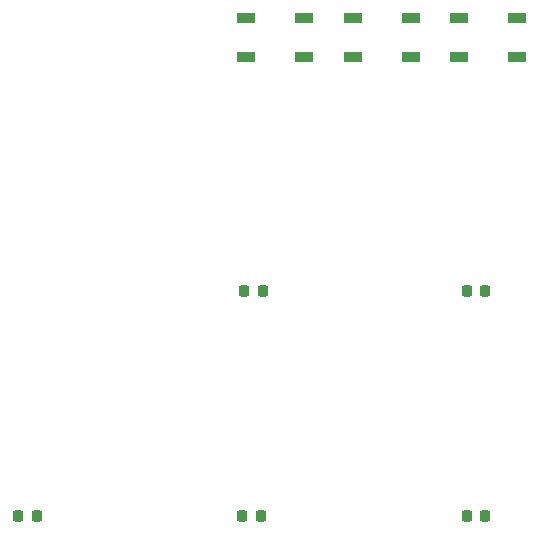
<source format=gbr>
%TF.GenerationSoftware,KiCad,Pcbnew,7.0.1*%
%TF.CreationDate,2023-07-01T02:03:31-04:00*%
%TF.ProjectId,Fluxpad,466c7578-7061-4642-9e6b-696361645f70,rev?*%
%TF.SameCoordinates,Original*%
%TF.FileFunction,Paste,Top*%
%TF.FilePolarity,Positive*%
%FSLAX46Y46*%
G04 Gerber Fmt 4.6, Leading zero omitted, Abs format (unit mm)*
G04 Created by KiCad (PCBNEW 7.0.1) date 2023-07-01 02:03:31*
%MOMM*%
%LPD*%
G01*
G04 APERTURE LIST*
G04 Aperture macros list*
%AMRoundRect*
0 Rectangle with rounded corners*
0 $1 Rounding radius*
0 $2 $3 $4 $5 $6 $7 $8 $9 X,Y pos of 4 corners*
0 Add a 4 corners polygon primitive as box body*
4,1,4,$2,$3,$4,$5,$6,$7,$8,$9,$2,$3,0*
0 Add four circle primitives for the rounded corners*
1,1,$1+$1,$2,$3*
1,1,$1+$1,$4,$5*
1,1,$1+$1,$6,$7*
1,1,$1+$1,$8,$9*
0 Add four rect primitives between the rounded corners*
20,1,$1+$1,$2,$3,$4,$5,0*
20,1,$1+$1,$4,$5,$6,$7,0*
20,1,$1+$1,$6,$7,$8,$9,0*
20,1,$1+$1,$8,$9,$2,$3,0*%
G04 Aperture macros list end*
%ADD10R,1.500000X0.900000*%
%ADD11RoundRect,0.218750X-0.218750X-0.256250X0.218750X-0.256250X0.218750X0.256250X-0.218750X0.256250X0*%
G04 APERTURE END LIST*
D10*
%TO.C,D7*%
X182450000Y-95150000D03*
X182450000Y-91850000D03*
X177550000Y-91850000D03*
X177550000Y-95150000D03*
%TD*%
D11*
%TO.C,D2*%
X178212500Y-115000000D03*
X179787500Y-115000000D03*
%TD*%
%TO.C,D3*%
X140212500Y-134000000D03*
X141787500Y-134000000D03*
%TD*%
D10*
%TO.C,D5*%
X164450000Y-95150000D03*
X164450000Y-91850000D03*
X159550000Y-91850000D03*
X159550000Y-95150000D03*
%TD*%
D11*
%TO.C,D4*%
X159212500Y-134000000D03*
X160787500Y-134000000D03*
%TD*%
%TO.C,D1*%
X159362500Y-115000000D03*
X160937500Y-115000000D03*
%TD*%
%TO.C,D8*%
X178212500Y-134005633D03*
X179787500Y-134005633D03*
%TD*%
D10*
%TO.C,D6*%
X173450000Y-95150000D03*
X173450000Y-91850000D03*
X168550000Y-91850000D03*
X168550000Y-95150000D03*
%TD*%
M02*

</source>
